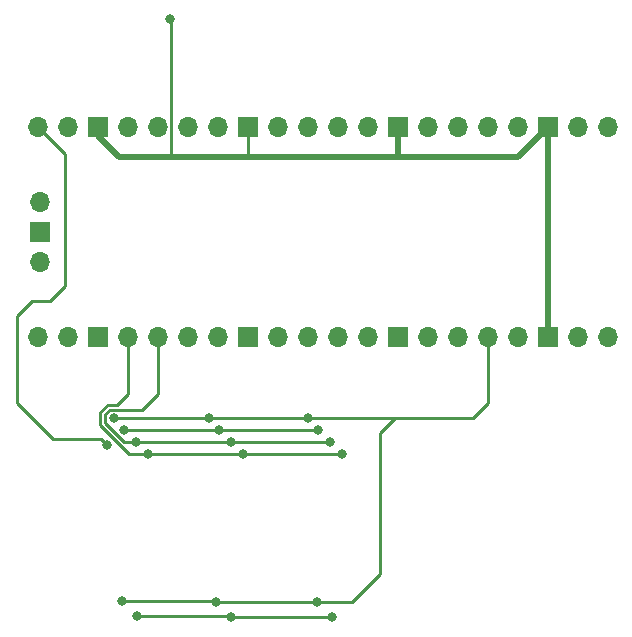
<source format=gbl>
%TF.GenerationSoftware,KiCad,Pcbnew,(6.0.5-0)*%
%TF.CreationDate,2022-05-30T23:28:05+01:00*%
%TF.ProjectId,bms,626d732e-6b69-4636-9164-5f7063625858,rev?*%
%TF.SameCoordinates,Original*%
%TF.FileFunction,Copper,L2,Bot*%
%TF.FilePolarity,Positive*%
%FSLAX46Y46*%
G04 Gerber Fmt 4.6, Leading zero omitted, Abs format (unit mm)*
G04 Created by KiCad (PCBNEW (6.0.5-0)) date 2022-05-30 23:28:05*
%MOMM*%
%LPD*%
G01*
G04 APERTURE LIST*
%TA.AperFunction,ComponentPad*%
%ADD10O,1.700000X1.700000*%
%TD*%
%TA.AperFunction,ComponentPad*%
%ADD11R,1.700000X1.700000*%
%TD*%
%TA.AperFunction,ViaPad*%
%ADD12C,0.800000*%
%TD*%
%TA.AperFunction,Conductor*%
%ADD13C,0.250000*%
%TD*%
%TA.AperFunction,Conductor*%
%ADD14C,0.500000*%
%TD*%
G04 APERTURE END LIST*
D10*
%TO.P,U8,43,SWDIO*%
%TO.N,unconnected-(U8-Pad43)*%
X72620000Y-119888000D03*
D11*
%TO.P,U8,42,GND*%
%TO.N,unconnected-(U8-Pad42)*%
X72620000Y-117348000D03*
D10*
%TO.P,U8,41,SWCLK*%
%TO.N,unconnected-(U8-Pad41)*%
X72620000Y-114808000D03*
%TO.P,U8,40,VBUS*%
%TO.N,unconnected-(U8-Pad40)*%
X120650000Y-126238000D03*
%TO.P,U8,39,VSYS*%
%TO.N,Net-(D1-Pad1)*%
X118110000Y-126238000D03*
D11*
%TO.P,U8,38,GND*%
%TO.N,GND*%
X115570000Y-126238000D03*
D10*
%TO.P,U8,37,3V3_EN*%
%TO.N,unconnected-(U8-Pad37)*%
X113030000Y-126238000D03*
%TO.P,U8,36,3V3*%
%TO.N,3V*%
X110490000Y-126238000D03*
%TO.P,U8,35,ADC_VREF*%
%TO.N,unconnected-(U8-Pad35)*%
X107950000Y-126238000D03*
%TO.P,U8,34,GPIO28_ADC2*%
%TO.N,unconnected-(U8-Pad34)*%
X105410000Y-126238000D03*
D11*
%TO.P,U8,33,AGND*%
%TO.N,unconnected-(U8-Pad33)*%
X102870000Y-126238000D03*
D10*
%TO.P,U8,32,GPIO27_ADC1*%
%TO.N,unconnected-(U8-Pad32)*%
X100330000Y-126238000D03*
%TO.P,U8,31,GPIO26_ADC0*%
%TO.N,8MHz*%
X97790000Y-126238000D03*
%TO.P,U8,30,RUN*%
%TO.N,unconnected-(U8-Pad30)*%
X95250000Y-126238000D03*
%TO.P,U8,29,GPIO22*%
%TO.N,BATT_1_CS*%
X92710000Y-126238000D03*
D11*
%TO.P,U8,28,GND*%
%TO.N,unconnected-(U8-Pad28)*%
X90170000Y-126238000D03*
D10*
%TO.P,U8,27,GPIO21*%
%TO.N,unconnected-(U8-Pad27)*%
X87630000Y-126238000D03*
%TO.P,U8,26,GPIO20*%
%TO.N,unconnected-(U8-Pad26)*%
X85090000Y-126238000D03*
%TO.P,U8,25,GPIO19*%
%TO.N,SPI0_MOSI*%
X82550000Y-126238000D03*
%TO.P,U8,24,GPIO18*%
%TO.N,SPI0_CLK*%
X80010000Y-126238000D03*
D11*
%TO.P,U8,23,GND*%
%TO.N,unconnected-(U8-Pad23)*%
X77470000Y-126238000D03*
D10*
%TO.P,U8,22,GPIO17*%
%TO.N,MAIN_CAN_CS*%
X74930000Y-126238000D03*
%TO.P,U8,21,GPIO16*%
%TO.N,SPI0_MISO*%
X72390000Y-126238000D03*
%TO.P,U8,20,GPIO15*%
%TO.N,BATT_2_CS*%
X72390000Y-108458000D03*
%TO.P,U8,19,GPIO14*%
%TO.N,unconnected-(U8-Pad19)*%
X74930000Y-108458000D03*
D11*
%TO.P,U8,18,GND*%
%TO.N,GND*%
X77470000Y-108458000D03*
D10*
%TO.P,U8,17,GPIO13*%
%TO.N,unconnected-(U8-Pad17)*%
X80010000Y-108458000D03*
%TO.P,U8,16,GPIO12*%
%TO.N,unconnected-(U8-Pad16)*%
X82550000Y-108458000D03*
%TO.P,U8,15,GPIO11*%
%TO.N,IGNITION_ON_IN_SIGNAL*%
X85090000Y-108458000D03*
%TO.P,U8,14,GPIO10*%
%TO.N,CHARGE_ENABLE_IN_SIGNAL*%
X87630000Y-108458000D03*
D11*
%TO.P,U8,13,GND*%
%TO.N,GND*%
X90170000Y-108458000D03*
D10*
%TO.P,U8,12,GPIO9*%
%TO.N,unconnected-(U8-Pad12)*%
X92710000Y-108458000D03*
%TO.P,U8,11,GPIO8*%
%TO.N,unconnected-(U8-Pad11)*%
X95250000Y-108458000D03*
%TO.P,U8,10,GPIO7*%
%TO.N,unconnected-(U8-Pad10)*%
X97790000Y-108458000D03*
%TO.P,U8,9,GPIO6*%
%TO.N,unconnected-(U8-Pad9)*%
X100330000Y-108458000D03*
D11*
%TO.P,U8,8,GND*%
%TO.N,GND*%
X102870000Y-108458000D03*
D10*
%TO.P,U8,7,GPIO5*%
%TO.N,unconnected-(U8-Pad7)*%
X105410000Y-108458000D03*
%TO.P,U8,6,GPIO4*%
%TO.N,unconnected-(U8-Pad6)*%
X107950000Y-108458000D03*
%TO.P,U8,5,GPIO3*%
%TO.N,BATT_2_CONTACTOR_SIGNAL*%
X110490000Y-108458000D03*
%TO.P,U8,4,GPIO2*%
%TO.N,BATT_1_CONTACTOR_SIGNAL*%
X113030000Y-108458000D03*
D11*
%TO.P,U8,3,GND*%
%TO.N,GND*%
X115570000Y-108458000D03*
D10*
%TO.P,U8,2,GPIO1*%
%TO.N,UART_RX*%
X118110000Y-108458000D03*
%TO.P,U8,1,GPIO0*%
%TO.N,UART_TX*%
X120650000Y-108458000D03*
%TD*%
D12*
%TO.N,BATT_2_CS*%
X78232000Y-135382000D03*
%TO.N,SPI0_MISO*%
X96139000Y-134112000D03*
%TO.N,SPI0_MOSI*%
X97155000Y-135128000D03*
%TO.N,SPI0_CLK*%
X98171000Y-136144000D03*
%TO.N,3V*%
X95250000Y-133096000D03*
%TO.N,SPI0_MISO*%
X87757000Y-134112000D03*
%TO.N,SPI0_MOSI*%
X88773000Y-135128000D03*
%TO.N,SPI0_CLK*%
X89789000Y-136144000D03*
%TO.N,3V*%
X86868000Y-133096000D03*
%TO.N,GND*%
X83566000Y-99314000D03*
%TO.N,3V*%
X96065009Y-148647531D03*
X78826000Y-133055000D03*
X79502000Y-148590000D03*
X87499042Y-148647531D03*
%TO.N,GND*%
X88769042Y-149917531D03*
X80772000Y-149860000D03*
X97335009Y-149917531D03*
%TO.N,SPI0_CLK*%
X81747000Y-136103000D03*
%TO.N,SPI0_MOSI*%
X80731000Y-135087000D03*
%TO.N,SPI0_MISO*%
X79715000Y-134071000D03*
%TD*%
D13*
%TO.N,BATT_2_CS*%
X77724000Y-134874000D02*
X78232000Y-135382000D01*
X75184000Y-134874000D02*
X77724000Y-134874000D01*
X73660000Y-134874000D02*
X75184000Y-134874000D01*
X72390000Y-108458000D02*
X74676000Y-110744000D01*
X70612000Y-131826000D02*
X73660000Y-134874000D01*
X73406000Y-123190000D02*
X71882000Y-123190000D01*
X74676000Y-121920000D02*
X73406000Y-123190000D01*
X74676000Y-110744000D02*
X74676000Y-121920000D01*
X71882000Y-123190000D02*
X70612000Y-124460000D01*
X70612000Y-124460000D02*
X70612000Y-131826000D01*
%TO.N,3V*%
X95250000Y-133096000D02*
X102616000Y-133096000D01*
X101346000Y-134366000D02*
X102616000Y-133096000D01*
X102616000Y-133096000D02*
X109220000Y-133096000D01*
X96065009Y-148647531D02*
X99002469Y-148647531D01*
X99002469Y-148647531D02*
X101346000Y-146304000D01*
X101346000Y-146304000D02*
X101346000Y-134366000D01*
X109220000Y-133096000D02*
X110490000Y-131826000D01*
X110490000Y-131826000D02*
X110490000Y-126238000D01*
%TO.N,SPI0_CLK*%
X77691969Y-133651732D02*
X77691969Y-132585267D01*
X77691969Y-132585267D02*
X78356268Y-131920969D01*
X80143236Y-136103000D02*
X77691969Y-133651732D01*
X81747000Y-136103000D02*
X80143236Y-136103000D01*
X78356268Y-131920969D02*
X79153031Y-131920969D01*
X79153031Y-131920969D02*
X80010000Y-131064000D01*
X80010000Y-131064000D02*
X80010000Y-126238000D01*
%TO.N,SPI0_MOSI*%
X80731000Y-135087000D02*
X79734670Y-135087000D01*
X78121489Y-133473819D02*
X78121489Y-132763181D01*
X78534181Y-132350489D02*
X81263511Y-132350489D01*
X78121489Y-132763181D02*
X78534181Y-132350489D01*
X79734670Y-135087000D02*
X78121489Y-133473819D01*
X81263511Y-132350489D02*
X82550000Y-131064000D01*
X82550000Y-131064000D02*
X82550000Y-126238000D01*
%TO.N,SPI0_CLK*%
X89789000Y-136144000D02*
X98171000Y-136144000D01*
X81747000Y-136103000D02*
X89748000Y-136103000D01*
X89748000Y-136103000D02*
X89789000Y-136144000D01*
%TO.N,SPI0_MOSI*%
X88773000Y-135128000D02*
X97155000Y-135128000D01*
X80731000Y-135087000D02*
X88732000Y-135087000D01*
X88732000Y-135087000D02*
X88773000Y-135128000D01*
%TO.N,SPI0_MISO*%
X87757000Y-134112000D02*
X96139000Y-134112000D01*
X79715000Y-134071000D02*
X79756000Y-134112000D01*
X79756000Y-134112000D02*
X87757000Y-134112000D01*
%TO.N,3V*%
X86868000Y-133096000D02*
X95250000Y-133096000D01*
X78826000Y-133055000D02*
X86827000Y-133055000D01*
X86827000Y-133055000D02*
X86868000Y-133096000D01*
D14*
%TO.N,GND*%
X89916000Y-110998000D02*
X83820000Y-110998000D01*
D13*
X83704511Y-99452511D02*
X83704511Y-110882511D01*
D14*
X83820000Y-110998000D02*
X79248000Y-110998000D01*
D13*
X83566000Y-99314000D02*
X83704511Y-99452511D01*
X83704511Y-110882511D02*
X83820000Y-110998000D01*
D14*
X102870000Y-110998000D02*
X89916000Y-110998000D01*
D13*
X90170000Y-108458000D02*
X90170000Y-110744000D01*
X90170000Y-110744000D02*
X89916000Y-110998000D01*
D14*
X113030000Y-110998000D02*
X102870000Y-110998000D01*
X102870000Y-110998000D02*
X102870000Y-108458000D01*
X77470000Y-109220000D02*
X77470000Y-108458000D01*
X115570000Y-108458000D02*
X113030000Y-110998000D01*
X79248000Y-110998000D02*
X77470000Y-109220000D01*
X115570000Y-126238000D02*
X115570000Y-108458000D01*
D13*
%TO.N,3V*%
X87499042Y-148647531D02*
X96065009Y-148647531D01*
X79502000Y-148590000D02*
X87441511Y-148590000D01*
X87441511Y-148590000D02*
X87499042Y-148647531D01*
%TO.N,GND*%
X80772000Y-149860000D02*
X88711511Y-149860000D01*
X88711511Y-149860000D02*
X88769042Y-149917531D01*
X88769042Y-149917531D02*
X97335009Y-149917531D01*
%TD*%
M02*

</source>
